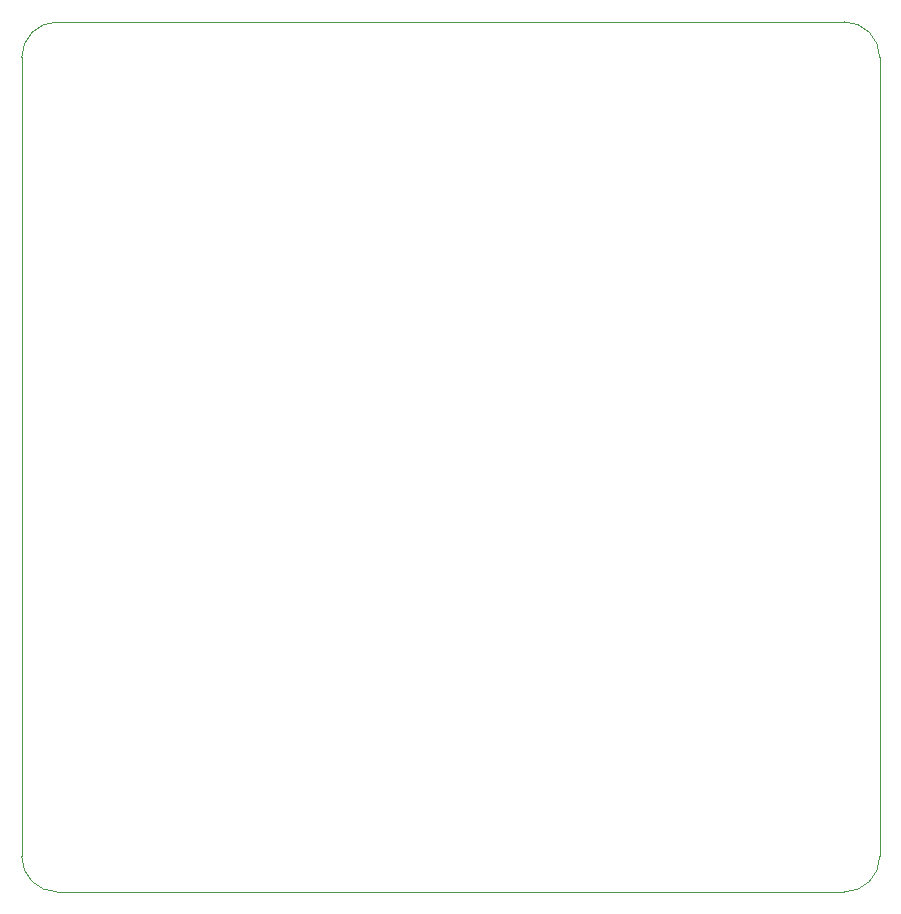
<source format=gbr>
%TF.GenerationSoftware,KiCad,Pcbnew,9.0.0*%
%TF.CreationDate,2025-03-09T14:03:34+01:00*%
%TF.ProjectId,Carte_moteur,43617274-655f-46d6-9f74-6575722e6b69,rev?*%
%TF.SameCoordinates,Original*%
%TF.FileFunction,Profile,NP*%
%FSLAX46Y46*%
G04 Gerber Fmt 4.6, Leading zero omitted, Abs format (unit mm)*
G04 Created by KiCad (PCBNEW 9.0.0) date 2025-03-09 14:03:34*
%MOMM*%
%LPD*%
G01*
G04 APERTURE LIST*
%TA.AperFunction,Profile*%
%ADD10C,0.050000*%
%TD*%
G04 APERTURE END LIST*
D10*
X148590000Y-164132000D02*
G75*
G02*
X145590000Y-167132000I-3000000J0D01*
G01*
X145590000Y-93472000D02*
G75*
G02*
X148590000Y-96472000I0J-3000000D01*
G01*
X78946000Y-167132000D02*
G75*
G02*
X75946000Y-164132000I0J3000000D01*
G01*
X75946000Y-96472000D02*
G75*
G02*
X78946000Y-93472000I3000000J0D01*
G01*
X145590000Y-167132000D02*
X78946000Y-167132000D01*
X148590000Y-96472000D02*
X148590000Y-164132000D01*
X78946000Y-93472000D02*
X145590000Y-93472000D01*
X75946000Y-164132000D02*
X75946000Y-96472000D01*
M02*

</source>
